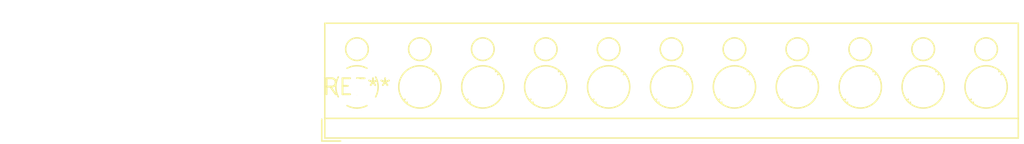
<source format=kicad_pcb>
(kicad_pcb (version 20240108) (generator pcbnew)
  (layers (0 "F.Cu" signal) (31 "B.Cu" signal) (34 "B.Paste" user) (35 "F.Paste" user) (36 "B.SilkS" user "B.Silkscreen") (37 "F.SilkS" user "F.Silkscreen") (38 "B.Mask" user) (39 "F.Mask" user) (44 "Edge.Cuts" user))
  (net 0 "")
  (footprint "TerminalBlock_RND_205-00010_1x11_P5.00mm_Horizontal" (layer "F.Cu") (at 0 0)
    (property "Reference" "REF**")
    (property "Value" "TerminalBlock_RND_205-00010_1x11_P5.00mm_Horizontal")
    (fp_line (start -2.8 2.56) (end -2.8 4.3) (layer "F.SilkS") (stroke (width 0.12)))
    (fp_line (start -2.8 4.3) (end -1.3 4.3) (layer "F.SilkS") (stroke (width 0.12)))
    (fp_line (start -2.56 -5.06) (end -2.56 4.06) (layer "F.SilkS") (stroke (width 0.12)))
    (fp_line (start -2.56 -5.06) (end 52.56 -5.06) (layer "F.SilkS") (stroke (width 0.12)))
    (fp_line (start -2.56 2.5) (end 52.56 2.5) (layer "F.SilkS") (stroke (width 0.12)))
    (fp_line (start -2.56 4.06) (end 52.56 4.06) (layer "F.SilkS") (stroke (width 0.12)))
    (fp_line (start 3.82 0.976) (end 3.726 1.069) (layer "F.SilkS") (stroke (width 0.12)))
    (fp_line (start 3.99 1.216) (end 3.931 1.274) (layer "F.SilkS") (stroke (width 0.12)))
    (fp_line (start 6.07 -1.275) (end 6.011 -1.216) (layer "F.SilkS") (stroke (width 0.12)))
    (fp_line (start 6.275 -1.069) (end 6.181 -0.976) (layer "F.SilkS") (stroke (width 0.12)))
    (fp_line (start 8.82 0.976) (end 8.726 1.069) (layer "F.SilkS") (stroke (width 0.12)))
    (fp_line (start 8.99 1.216) (end 8.931 1.274) (layer "F.SilkS") (stroke (width 0.12)))
    (fp_line (start 11.07 -1.275) (end 11.011 -1.216) (layer "F.SilkS") (stroke (width 0.12)))
    (fp_line (start 11.275 -1.069) (end 11.181 -0.976) (layer "F.SilkS") (stroke (width 0.12)))
    (fp_line (start 13.82 0.976) (end 13.726 1.069) (layer "F.SilkS") (stroke (width 0.12)))
    (fp_line (start 13.99 1.216) (end 13.931 1.274) (layer "F.SilkS") (stroke (width 0.12)))
    (fp_line (start 16.07 -1.275) (end 16.011 -1.216) (layer "F.SilkS") (stroke (width 0.12)))
    (fp_line (start 16.275 -1.069) (end 16.181 -0.976) (layer "F.SilkS") (stroke (width 0.12)))
    (fp_line (start 18.82 0.976) (end 18.726 1.069) (layer "F.SilkS") (stroke (width 0.12)))
    (fp_line (start 18.99 1.216) (end 18.931 1.274) (layer "F.SilkS") (stroke (width 0.12)))
    (fp_line (start 21.07 -1.275) (end 21.011 -1.216) (layer "F.SilkS") (stroke (width 0.12)))
    (fp_line (start 21.275 -1.069) (end 21.181 -0.976) (layer "F.SilkS") (stroke (width 0.12)))
    (fp_line (start 23.82 0.976) (end 23.726 1.069) (layer "F.SilkS") (stroke (width 0.12)))
    (fp_line (start 23.99 1.216) (end 23.931 1.274) (layer "F.SilkS") (stroke (width 0.12)))
    (fp_line (start 26.07 -1.275) (end 26.011 -1.216) (layer "F.SilkS") (stroke (width 0.12)))
    (fp_line (start 26.275 -1.069) (end 26.181 -0.976) (layer "F.SilkS") (stroke (width 0.12)))
    (fp_line (start 28.82 0.976) (end 28.726 1.069) (layer "F.SilkS") (stroke (width 0.12)))
    (fp_line (start 28.99 1.216) (end 28.931 1.274) (layer "F.SilkS") (stroke (width 0.12)))
    (fp_line (start 31.07 -1.275) (end 31.011 -1.216) (layer "F.SilkS") (stroke (width 0.12)))
    (fp_line (start 31.275 -1.069) (end 31.181 -0.976) (layer "F.SilkS") (stroke (width 0.12)))
    (fp_line (start 33.82 0.976) (end 33.726 1.069) (layer "F.SilkS") (stroke (width 0.12)))
    (fp_line (start 33.99 1.216) (end 33.931 1.274) (layer "F.SilkS") (stroke (width 0.12)))
    (fp_line (start 36.07 -1.275) (end 36.011 -1.216) (layer "F.SilkS") (stroke (width 0.12)))
    (fp_line (start 36.275 -1.069) (end 36.181 -0.976) (layer "F.SilkS") (stroke (width 0.12)))
    (fp_line (start 38.82 0.976) (end 38.726 1.069) (layer "F.SilkS") (stroke (width 0.12)))
    (fp_line (start 38.99 1.216) (end 38.931 1.274) (layer "F.SilkS") (stroke (width 0.12)))
    (fp_line (start 41.07 -1.275) (end 41.011 -1.216) (layer "F.SilkS") (stroke (width 0.12)))
    (fp_line (start 41.275 -1.069) (end 41.181 -0.976) (layer "F.SilkS") (stroke (width 0.12)))
    (fp_line (start 43.82 0.976) (end 43.726 1.069) (layer "F.SilkS") (stroke (width 0.12)))
    (fp_line (start 43.99 1.216) (end 43.931 1.274) (layer "F.SilkS") (stroke (width 0.12)))
    (fp_line (start 46.07 -1.275) (end 46.011 -1.216) (layer "F.SilkS") (stroke (width 0.12)))
    (fp_line (start 46.275 -1.069) (end 46.181 -0.976) (layer "F.SilkS") (stroke (width 0.12)))
    (fp_line (start 48.82 0.976) (end 48.726 1.069) (layer "F.SilkS") (stroke (width 0.12)))
    (fp_line (start 48.99 1.216) (end 48.931 1.274) (layer "F.SilkS") (stroke (width 0.12)))
    (fp_line (start 51.07 -1.275) (end 51.011 -1.216) (layer "F.SilkS") (stroke (width 0.12)))
    (fp_line (start 51.275 -1.069) (end 51.181 -0.976) (layer "F.SilkS") (stroke (width 0.12)))
    (fp_line (start 52.56 -5.06) (end 52.56 4.06) (layer "F.SilkS") (stroke (width 0.12)))
    (fp_arc (start -1.483953 0.789089) (mid -1.680708 5e-05) (end -1.484 -0.789) (layer "F.SilkS") (stroke (width 0.12)))
    (fp_arc (start -0.789089 -1.483953) (mid -5e-05 -1.680708) (end 0.789 -1.484) (layer "F.SilkS") (stroke (width 0.12)))
    (fp_arc (start 0.029383 1.68045) (mid -0.392304 1.634281) (end -0.789 1.484) (layer "F.SilkS") (stroke (width 0.12)))
    (fp_arc (start 0.788712 1.483352) (mid 0.406429 1.630097) (end 0 1.68) (layer "F.SilkS") (stroke (width 0.12)))
    (fp_arc (start 1.483953 -0.789089) (mid 1.680708 -5e-05) (end 1.484 0.789) (layer "F.SilkS") (stroke (width 0.12)))
    (fp_circle (center 0 -3) (end 0.9 -3) (layer "F.SilkS") (stroke (width 0.12)) (fill none))
    (fp_circle (center 5 -3) (end 5.9 -3) (layer "F.SilkS") (stroke (width 0.12)) (fill none))
    (fp_circle (center 5 0) (end 6.68 0) (layer "F.SilkS") (stroke (width 0.12)) (fill none))
    (fp_circle (center 10 -3) (end 10.9 -3) (layer "F.SilkS") (stroke (width 0.12)) (fill none))
    (fp_circle (center 10 0) (end 11.68 0) (layer "F.SilkS") (stroke (width 0.12)) (fill none))
    (fp_circle (center 15 -3) (end 15.9 -3) (layer "F.SilkS") (stroke (width 0.12)) (fill none))
    (fp_circle (center 15 0) (end 16.68 0) (layer "F.SilkS") (stroke (width 0.12)) (fill none))
    (fp_circle (center 20 -3) (end 20.9 -3) (layer "F.SilkS") (stroke (width 0.12)) (fill none))
    (fp_circle (center 20 0) (end 21.68 0) (layer "F.SilkS") (stroke (width 0.12)) (fill none))
    (fp_circle (center 25 -3) (end 25.9 -3) (layer "F.SilkS") (stroke (width 0.12)) (fill none))
    (fp_circle (center 25 0) (end 26.68 0) (layer "F.SilkS") (stroke (width 0.12)) (fill none))
    (fp_circle (center 30 -3) (end 30.9 -3) (layer "F.SilkS") (stroke (width 0.12)) (fill none))
    (fp_circle (center 30 0) (end 31.68 0) (layer "F.SilkS") (stroke (width 0.12)) (fill none))
    (fp_circle (center 35 -3) (end 35.9 -3) (layer "F.SilkS") (stroke (width 0.12)) (fill none))
    (fp_circle (center 35 0) (end 36.68 0) (layer "F.SilkS") (stroke (width 0.12)) (fill none))
    (fp_circle (center 40 -3) (end 40.9 -3) (layer "F.SilkS") (stroke (width 0.12)) (fill none))
    (fp_circle (center 40 0) (end 41.68 0) (layer "F.SilkS") (stroke (width 0.12)) (fill none))
    (fp_circle (center 45 -3) (end 45.9 -3) (layer "F.SilkS") (stroke (width 0.12)) (fill none))
    (fp_circle (center 45 0) (end 46.68 0) (layer "F.SilkS") (stroke (width 0.12)) (fill none))
    (fp_circle (center 50 -3) (end 50.9 -3) (layer "F.SilkS") (stroke (width 0.12)) (fill none))
    (fp_circle (center 50 0) (end 51.68 0) (layer "F.SilkS") (stroke (width 0.12)) (fill none))
    (pad "1" thru_hole rect (at 0 0) (size 2.5 2.5) (drill 1.3) (layers *.Cu *.Mask) (remove_unused_layers))
    (pad "2" thru_hole circle (at 5 0) (size 2.5 2.5) (drill 1.3) (layers *.Cu *.Mask) (remove_unused_layers))
    (pad "3" thru_hole circle (at 10 0) (size 2.5 2.5) (drill 1.3) (layers *.Cu *.Mask) (remove_unused_layers))
    (pad "4" thru_hole circle (at 15 0) (size 2.5 2.5) (drill 1.3) (layers *.Cu *.Mask) (remove_unused_layers))
    (pad "5" thru_hole circle (at 20 0) (size 2.5 2.5) (drill 1.3) (layers *.Cu *.Mask) (remove_unused_layers))
    (pad "6" thru_hole circle (at 25 0) (size 2.5 2.5) (drill 1.3) (layers *.Cu *.Mask) (remove_unused_layers))
    (pad "7" thru_hole circle (at 30 0) (size 2.5 2.5) (drill 1.3) (layers *.Cu *.Mask) (remove_unused_layers))
    (pad "8" thru_hole circle (at 35 0) (size 2.5 2.5) (drill 1.3) (layers *.Cu *.Mask) (remove_unused_layers))
    (pad "9" thru_hole circle (at 40 0) (size 2.5 2.5) (drill 1.3) (layers *.Cu *.Mask) (remove_unused_layers))
    (pad "10" thru_hole circle (at 45 0) (size 2.5 2.5) (drill 1.3) (layers *.Cu *.Mask) (remove_unused_layers))
    (pad "11" thru_hole circle (at 50 0) (size 2.5 2.5) (drill 1.3) (layers *.Cu *.Mask) (remove_unused_layers))
  )
)
</source>
